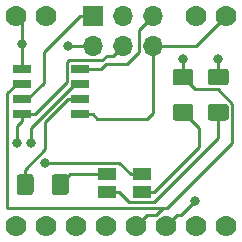
<source format=gbr>
G04 #@! TF.GenerationSoftware,KiCad,Pcbnew,(5.1.2-1)-1*
G04 #@! TF.CreationDate,2019-09-06T23:38:15-06:00*
G04 #@! TF.ProjectId,DC435,44433433-352e-46b6-9963-61645f706362,rev?*
G04 #@! TF.SameCoordinates,Original*
G04 #@! TF.FileFunction,Copper,L2,Bot*
G04 #@! TF.FilePolarity,Positive*
%FSLAX46Y46*%
G04 Gerber Fmt 4.6, Leading zero omitted, Abs format (unit mm)*
G04 Created by KiCad (PCBNEW (5.1.2-1)-1) date 2019-09-06 23:38:15*
%MOMM*%
%LPD*%
G04 APERTURE LIST*
%ADD10C,1.778000*%
%ADD11R,1.500000X1.100000*%
%ADD12R,1.700000X1.700000*%
%ADD13O,1.700000X1.700000*%
%ADD14C,0.100000*%
%ADD15C,1.425000*%
%ADD16R,1.600000X0.700000*%
%ADD17C,0.800000*%
%ADD18C,0.250000*%
G04 APERTURE END LIST*
D10*
X141046200Y-78917800D03*
X143586200Y-78917800D03*
X156286200Y-78917800D03*
X158826200Y-78917800D03*
X141046200Y-96697800D03*
X143586200Y-96697800D03*
X146126200Y-96697800D03*
X148666200Y-96697800D03*
X151206200Y-96697800D03*
X153746200Y-96697800D03*
X156286200Y-96697800D03*
X158826200Y-96697800D03*
D11*
X148725760Y-93841000D03*
X151725760Y-93841000D03*
X151725760Y-92341000D03*
X148725760Y-92341000D03*
D12*
X147533360Y-78912720D03*
D13*
X147533360Y-81452720D03*
X150073360Y-78912720D03*
X150073360Y-81452720D03*
X152613360Y-78912720D03*
X152613360Y-81452720D03*
D14*
G36*
X155813024Y-83399204D02*
G01*
X155837293Y-83402804D01*
X155861091Y-83408765D01*
X155884191Y-83417030D01*
X155906369Y-83427520D01*
X155927413Y-83440133D01*
X155947118Y-83454747D01*
X155965297Y-83471223D01*
X155981773Y-83489402D01*
X155996387Y-83509107D01*
X156009000Y-83530151D01*
X156019490Y-83552329D01*
X156027755Y-83575429D01*
X156033716Y-83599227D01*
X156037316Y-83623496D01*
X156038520Y-83648000D01*
X156038520Y-84573000D01*
X156037316Y-84597504D01*
X156033716Y-84621773D01*
X156027755Y-84645571D01*
X156019490Y-84668671D01*
X156009000Y-84690849D01*
X155996387Y-84711893D01*
X155981773Y-84731598D01*
X155965297Y-84749777D01*
X155947118Y-84766253D01*
X155927413Y-84780867D01*
X155906369Y-84793480D01*
X155884191Y-84803970D01*
X155861091Y-84812235D01*
X155837293Y-84818196D01*
X155813024Y-84821796D01*
X155788520Y-84823000D01*
X154538520Y-84823000D01*
X154514016Y-84821796D01*
X154489747Y-84818196D01*
X154465949Y-84812235D01*
X154442849Y-84803970D01*
X154420671Y-84793480D01*
X154399627Y-84780867D01*
X154379922Y-84766253D01*
X154361743Y-84749777D01*
X154345267Y-84731598D01*
X154330653Y-84711893D01*
X154318040Y-84690849D01*
X154307550Y-84668671D01*
X154299285Y-84645571D01*
X154293324Y-84621773D01*
X154289724Y-84597504D01*
X154288520Y-84573000D01*
X154288520Y-83648000D01*
X154289724Y-83623496D01*
X154293324Y-83599227D01*
X154299285Y-83575429D01*
X154307550Y-83552329D01*
X154318040Y-83530151D01*
X154330653Y-83509107D01*
X154345267Y-83489402D01*
X154361743Y-83471223D01*
X154379922Y-83454747D01*
X154399627Y-83440133D01*
X154420671Y-83427520D01*
X154442849Y-83417030D01*
X154465949Y-83408765D01*
X154489747Y-83402804D01*
X154514016Y-83399204D01*
X154538520Y-83398000D01*
X155788520Y-83398000D01*
X155813024Y-83399204D01*
X155813024Y-83399204D01*
G37*
D15*
X155163520Y-84110500D03*
D14*
G36*
X155813024Y-86374204D02*
G01*
X155837293Y-86377804D01*
X155861091Y-86383765D01*
X155884191Y-86392030D01*
X155906369Y-86402520D01*
X155927413Y-86415133D01*
X155947118Y-86429747D01*
X155965297Y-86446223D01*
X155981773Y-86464402D01*
X155996387Y-86484107D01*
X156009000Y-86505151D01*
X156019490Y-86527329D01*
X156027755Y-86550429D01*
X156033716Y-86574227D01*
X156037316Y-86598496D01*
X156038520Y-86623000D01*
X156038520Y-87548000D01*
X156037316Y-87572504D01*
X156033716Y-87596773D01*
X156027755Y-87620571D01*
X156019490Y-87643671D01*
X156009000Y-87665849D01*
X155996387Y-87686893D01*
X155981773Y-87706598D01*
X155965297Y-87724777D01*
X155947118Y-87741253D01*
X155927413Y-87755867D01*
X155906369Y-87768480D01*
X155884191Y-87778970D01*
X155861091Y-87787235D01*
X155837293Y-87793196D01*
X155813024Y-87796796D01*
X155788520Y-87798000D01*
X154538520Y-87798000D01*
X154514016Y-87796796D01*
X154489747Y-87793196D01*
X154465949Y-87787235D01*
X154442849Y-87778970D01*
X154420671Y-87768480D01*
X154399627Y-87755867D01*
X154379922Y-87741253D01*
X154361743Y-87724777D01*
X154345267Y-87706598D01*
X154330653Y-87686893D01*
X154318040Y-87665849D01*
X154307550Y-87643671D01*
X154299285Y-87620571D01*
X154293324Y-87596773D01*
X154289724Y-87572504D01*
X154288520Y-87548000D01*
X154288520Y-86623000D01*
X154289724Y-86598496D01*
X154293324Y-86574227D01*
X154299285Y-86550429D01*
X154307550Y-86527329D01*
X154318040Y-86505151D01*
X154330653Y-86484107D01*
X154345267Y-86464402D01*
X154361743Y-86446223D01*
X154379922Y-86429747D01*
X154399627Y-86415133D01*
X154420671Y-86402520D01*
X154442849Y-86392030D01*
X154465949Y-86383765D01*
X154489747Y-86377804D01*
X154514016Y-86374204D01*
X154538520Y-86373000D01*
X155788520Y-86373000D01*
X155813024Y-86374204D01*
X155813024Y-86374204D01*
G37*
D15*
X155163520Y-87085500D03*
D14*
G36*
X158794984Y-83399204D02*
G01*
X158819253Y-83402804D01*
X158843051Y-83408765D01*
X158866151Y-83417030D01*
X158888329Y-83427520D01*
X158909373Y-83440133D01*
X158929078Y-83454747D01*
X158947257Y-83471223D01*
X158963733Y-83489402D01*
X158978347Y-83509107D01*
X158990960Y-83530151D01*
X159001450Y-83552329D01*
X159009715Y-83575429D01*
X159015676Y-83599227D01*
X159019276Y-83623496D01*
X159020480Y-83648000D01*
X159020480Y-84573000D01*
X159019276Y-84597504D01*
X159015676Y-84621773D01*
X159009715Y-84645571D01*
X159001450Y-84668671D01*
X158990960Y-84690849D01*
X158978347Y-84711893D01*
X158963733Y-84731598D01*
X158947257Y-84749777D01*
X158929078Y-84766253D01*
X158909373Y-84780867D01*
X158888329Y-84793480D01*
X158866151Y-84803970D01*
X158843051Y-84812235D01*
X158819253Y-84818196D01*
X158794984Y-84821796D01*
X158770480Y-84823000D01*
X157520480Y-84823000D01*
X157495976Y-84821796D01*
X157471707Y-84818196D01*
X157447909Y-84812235D01*
X157424809Y-84803970D01*
X157402631Y-84793480D01*
X157381587Y-84780867D01*
X157361882Y-84766253D01*
X157343703Y-84749777D01*
X157327227Y-84731598D01*
X157312613Y-84711893D01*
X157300000Y-84690849D01*
X157289510Y-84668671D01*
X157281245Y-84645571D01*
X157275284Y-84621773D01*
X157271684Y-84597504D01*
X157270480Y-84573000D01*
X157270480Y-83648000D01*
X157271684Y-83623496D01*
X157275284Y-83599227D01*
X157281245Y-83575429D01*
X157289510Y-83552329D01*
X157300000Y-83530151D01*
X157312613Y-83509107D01*
X157327227Y-83489402D01*
X157343703Y-83471223D01*
X157361882Y-83454747D01*
X157381587Y-83440133D01*
X157402631Y-83427520D01*
X157424809Y-83417030D01*
X157447909Y-83408765D01*
X157471707Y-83402804D01*
X157495976Y-83399204D01*
X157520480Y-83398000D01*
X158770480Y-83398000D01*
X158794984Y-83399204D01*
X158794984Y-83399204D01*
G37*
D15*
X158145480Y-84110500D03*
D14*
G36*
X158794984Y-86374204D02*
G01*
X158819253Y-86377804D01*
X158843051Y-86383765D01*
X158866151Y-86392030D01*
X158888329Y-86402520D01*
X158909373Y-86415133D01*
X158929078Y-86429747D01*
X158947257Y-86446223D01*
X158963733Y-86464402D01*
X158978347Y-86484107D01*
X158990960Y-86505151D01*
X159001450Y-86527329D01*
X159009715Y-86550429D01*
X159015676Y-86574227D01*
X159019276Y-86598496D01*
X159020480Y-86623000D01*
X159020480Y-87548000D01*
X159019276Y-87572504D01*
X159015676Y-87596773D01*
X159009715Y-87620571D01*
X159001450Y-87643671D01*
X158990960Y-87665849D01*
X158978347Y-87686893D01*
X158963733Y-87706598D01*
X158947257Y-87724777D01*
X158929078Y-87741253D01*
X158909373Y-87755867D01*
X158888329Y-87768480D01*
X158866151Y-87778970D01*
X158843051Y-87787235D01*
X158819253Y-87793196D01*
X158794984Y-87796796D01*
X158770480Y-87798000D01*
X157520480Y-87798000D01*
X157495976Y-87796796D01*
X157471707Y-87793196D01*
X157447909Y-87787235D01*
X157424809Y-87778970D01*
X157402631Y-87768480D01*
X157381587Y-87755867D01*
X157361882Y-87741253D01*
X157343703Y-87724777D01*
X157327227Y-87706598D01*
X157312613Y-87686893D01*
X157300000Y-87665849D01*
X157289510Y-87643671D01*
X157281245Y-87620571D01*
X157275284Y-87596773D01*
X157271684Y-87572504D01*
X157270480Y-87548000D01*
X157270480Y-86623000D01*
X157271684Y-86598496D01*
X157275284Y-86574227D01*
X157281245Y-86550429D01*
X157289510Y-86527329D01*
X157300000Y-86505151D01*
X157312613Y-86484107D01*
X157327227Y-86464402D01*
X157343703Y-86446223D01*
X157361882Y-86429747D01*
X157381587Y-86415133D01*
X157402631Y-86402520D01*
X157424809Y-86392030D01*
X157447909Y-86383765D01*
X157471707Y-86377804D01*
X157495976Y-86374204D01*
X157520480Y-86373000D01*
X158770480Y-86373000D01*
X158794984Y-86374204D01*
X158794984Y-86374204D01*
G37*
D15*
X158145480Y-87085500D03*
D14*
G36*
X142280904Y-92334044D02*
G01*
X142305173Y-92337644D01*
X142328971Y-92343605D01*
X142352071Y-92351870D01*
X142374249Y-92362360D01*
X142395293Y-92374973D01*
X142414998Y-92389587D01*
X142433177Y-92406063D01*
X142449653Y-92424242D01*
X142464267Y-92443947D01*
X142476880Y-92464991D01*
X142487370Y-92487169D01*
X142495635Y-92510269D01*
X142501596Y-92534067D01*
X142505196Y-92558336D01*
X142506400Y-92582840D01*
X142506400Y-93832840D01*
X142505196Y-93857344D01*
X142501596Y-93881613D01*
X142495635Y-93905411D01*
X142487370Y-93928511D01*
X142476880Y-93950689D01*
X142464267Y-93971733D01*
X142449653Y-93991438D01*
X142433177Y-94009617D01*
X142414998Y-94026093D01*
X142395293Y-94040707D01*
X142374249Y-94053320D01*
X142352071Y-94063810D01*
X142328971Y-94072075D01*
X142305173Y-94078036D01*
X142280904Y-94081636D01*
X142256400Y-94082840D01*
X141331400Y-94082840D01*
X141306896Y-94081636D01*
X141282627Y-94078036D01*
X141258829Y-94072075D01*
X141235729Y-94063810D01*
X141213551Y-94053320D01*
X141192507Y-94040707D01*
X141172802Y-94026093D01*
X141154623Y-94009617D01*
X141138147Y-93991438D01*
X141123533Y-93971733D01*
X141110920Y-93950689D01*
X141100430Y-93928511D01*
X141092165Y-93905411D01*
X141086204Y-93881613D01*
X141082604Y-93857344D01*
X141081400Y-93832840D01*
X141081400Y-92582840D01*
X141082604Y-92558336D01*
X141086204Y-92534067D01*
X141092165Y-92510269D01*
X141100430Y-92487169D01*
X141110920Y-92464991D01*
X141123533Y-92443947D01*
X141138147Y-92424242D01*
X141154623Y-92406063D01*
X141172802Y-92389587D01*
X141192507Y-92374973D01*
X141213551Y-92362360D01*
X141235729Y-92351870D01*
X141258829Y-92343605D01*
X141282627Y-92337644D01*
X141306896Y-92334044D01*
X141331400Y-92332840D01*
X142256400Y-92332840D01*
X142280904Y-92334044D01*
X142280904Y-92334044D01*
G37*
D15*
X141793900Y-93207840D03*
D14*
G36*
X145255904Y-92334044D02*
G01*
X145280173Y-92337644D01*
X145303971Y-92343605D01*
X145327071Y-92351870D01*
X145349249Y-92362360D01*
X145370293Y-92374973D01*
X145389998Y-92389587D01*
X145408177Y-92406063D01*
X145424653Y-92424242D01*
X145439267Y-92443947D01*
X145451880Y-92464991D01*
X145462370Y-92487169D01*
X145470635Y-92510269D01*
X145476596Y-92534067D01*
X145480196Y-92558336D01*
X145481400Y-92582840D01*
X145481400Y-93832840D01*
X145480196Y-93857344D01*
X145476596Y-93881613D01*
X145470635Y-93905411D01*
X145462370Y-93928511D01*
X145451880Y-93950689D01*
X145439267Y-93971733D01*
X145424653Y-93991438D01*
X145408177Y-94009617D01*
X145389998Y-94026093D01*
X145370293Y-94040707D01*
X145349249Y-94053320D01*
X145327071Y-94063810D01*
X145303971Y-94072075D01*
X145280173Y-94078036D01*
X145255904Y-94081636D01*
X145231400Y-94082840D01*
X144306400Y-94082840D01*
X144281896Y-94081636D01*
X144257627Y-94078036D01*
X144233829Y-94072075D01*
X144210729Y-94063810D01*
X144188551Y-94053320D01*
X144167507Y-94040707D01*
X144147802Y-94026093D01*
X144129623Y-94009617D01*
X144113147Y-93991438D01*
X144098533Y-93971733D01*
X144085920Y-93950689D01*
X144075430Y-93928511D01*
X144067165Y-93905411D01*
X144061204Y-93881613D01*
X144057604Y-93857344D01*
X144056400Y-93832840D01*
X144056400Y-92582840D01*
X144057604Y-92558336D01*
X144061204Y-92534067D01*
X144067165Y-92510269D01*
X144075430Y-92487169D01*
X144085920Y-92464991D01*
X144098533Y-92443947D01*
X144113147Y-92424242D01*
X144129623Y-92406063D01*
X144147802Y-92389587D01*
X144167507Y-92374973D01*
X144188551Y-92362360D01*
X144210729Y-92351870D01*
X144233829Y-92343605D01*
X144257627Y-92337644D01*
X144281896Y-92334044D01*
X144306400Y-92332840D01*
X145231400Y-92332840D01*
X145255904Y-92334044D01*
X145255904Y-92334044D01*
G37*
D15*
X144768900Y-93207840D03*
D16*
X141542840Y-83433920D03*
X141542840Y-84703920D03*
X141542840Y-85973920D03*
X141542840Y-87243920D03*
X146472840Y-83433920D03*
X146472840Y-87243920D03*
X146472840Y-84703920D03*
X146472840Y-85973920D03*
D17*
X143489680Y-91348560D03*
X141542840Y-81271040D03*
X145445480Y-81447640D03*
X142331440Y-89717880D03*
X158145480Y-82580480D03*
X155168600Y-82544920D03*
X150073360Y-78912720D03*
X141122400Y-89717880D03*
X156204920Y-94564200D03*
D18*
X151763361Y-79762719D02*
X152613360Y-78912720D01*
X151438359Y-80087721D02*
X151763361Y-79762719D01*
X150408640Y-83002120D02*
X151438359Y-81972401D01*
X148630640Y-83002120D02*
X150408640Y-83002120D01*
X151438359Y-81972401D02*
X151438359Y-80087721D01*
X148198840Y-83433920D02*
X148630640Y-83002120D01*
X146472840Y-83433920D02*
X148198840Y-83433920D01*
X146433360Y-78912720D02*
X143388080Y-81958000D01*
X147533360Y-78912720D02*
X146433360Y-78912720D01*
X141992840Y-85973920D02*
X141542840Y-85973920D01*
X143388080Y-84578680D02*
X141992840Y-85973920D01*
X143388080Y-81958000D02*
X143388080Y-84578680D01*
X152725760Y-93841000D02*
X151725760Y-93841000D01*
X156504640Y-90062120D02*
X152725760Y-93841000D01*
X156504640Y-88426620D02*
X155163520Y-87085500D01*
X156504640Y-90062120D02*
X156504640Y-88426620D01*
X152735761Y-94716001D02*
X158145480Y-89306282D01*
X150600761Y-94716001D02*
X152735761Y-94716001D01*
X158145480Y-89306282D02*
X158145480Y-87085500D01*
X149725760Y-93841000D02*
X150600761Y-94716001D01*
X148725760Y-93841000D02*
X149725760Y-93841000D01*
X141542840Y-79414440D02*
X141046200Y-78917800D01*
X141542840Y-83433920D02*
X141542840Y-81271040D01*
X150725760Y-92341000D02*
X149733320Y-91348560D01*
X151725760Y-92341000D02*
X150725760Y-92341000D01*
X149733320Y-91348560D02*
X143489680Y-91348560D01*
X143489680Y-91348560D02*
X143489680Y-91348560D01*
X141542840Y-81271040D02*
X141542840Y-79414440D01*
X146331279Y-81452720D02*
X146326199Y-81447640D01*
X147533360Y-81452720D02*
X146331279Y-81452720D01*
X146326199Y-81447640D02*
X145445480Y-81447640D01*
X145445480Y-81447640D02*
X145445480Y-81447640D01*
X145635740Y-92341000D02*
X144768900Y-93207840D01*
X148725760Y-92341000D02*
X145635740Y-92341000D01*
X156291280Y-81452720D02*
X158826200Y-78917800D01*
X152613360Y-81452720D02*
X156291280Y-81452720D01*
X152135840Y-87630000D02*
X152613360Y-87152480D01*
X152613360Y-87152480D02*
X152613360Y-81452720D01*
X147908920Y-87630000D02*
X152135840Y-87630000D01*
X147522840Y-87243920D02*
X147908920Y-87630000D01*
X146472840Y-87243920D02*
X147522840Y-87243920D01*
X141793900Y-92232840D02*
X141793900Y-93207840D01*
X146472840Y-85973920D02*
X146022840Y-85973920D01*
X145422840Y-85973920D02*
X143504920Y-87891840D01*
X146472840Y-85973920D02*
X145422840Y-85973920D01*
X143504920Y-87891840D02*
X143504920Y-90236040D01*
X141793900Y-91947060D02*
X141793900Y-93207840D01*
X143504920Y-90236040D02*
X141793900Y-91947060D01*
X146472840Y-84703920D02*
X146022840Y-84703920D01*
X146472840Y-84703920D02*
X145769250Y-84703920D01*
X146022840Y-84703920D02*
X142331440Y-88395320D01*
X142331440Y-88395320D02*
X142331440Y-89717880D01*
X142331440Y-89717880D02*
X142331440Y-89717880D01*
X158145480Y-84110500D02*
X158145480Y-82580480D01*
X158145480Y-82580480D02*
X158145480Y-82580480D01*
X141077838Y-84703920D02*
X140289280Y-85492478D01*
X141542840Y-84703920D02*
X141077838Y-84703920D01*
X140289280Y-85492478D02*
X140289280Y-95194120D01*
X153827480Y-95194120D02*
X156245560Y-92776040D01*
X155934867Y-84881847D02*
X155163520Y-84110500D01*
X158108680Y-85148010D02*
X156201030Y-85148010D01*
X159345490Y-86384820D02*
X158108680Y-85148010D01*
X159345490Y-89716750D02*
X159345490Y-86384820D01*
X156201030Y-85148010D02*
X155934867Y-84881847D01*
X156286200Y-92776040D02*
X159345490Y-89716750D01*
X156245560Y-92776040D02*
X156286200Y-92776040D01*
X151206200Y-96697800D02*
X152095199Y-95808801D01*
X153456640Y-95194120D02*
X153827480Y-95194120D01*
X152841959Y-95808801D02*
X153456640Y-95194120D01*
X152095199Y-95808801D02*
X152841959Y-95808801D01*
X140289280Y-95194120D02*
X153456640Y-95194120D01*
X155163520Y-83298000D02*
X155168600Y-83292920D01*
X155163520Y-84110500D02*
X155163520Y-83298000D01*
X155168600Y-83292920D02*
X155168600Y-82544920D01*
X155168600Y-82544920D02*
X155168600Y-82544920D01*
X150073360Y-78912720D02*
X150073360Y-78912720D01*
X150073360Y-78912720D02*
X150073360Y-78912720D01*
X149223361Y-82302719D02*
X150073360Y-81452720D01*
X148693631Y-82302719D02*
X149223361Y-82302719D01*
X148324430Y-82671920D02*
X148693631Y-82302719D01*
X145499838Y-82671920D02*
X148324430Y-82671920D01*
X145347839Y-82823919D02*
X145499838Y-82671920D01*
X145347839Y-84488921D02*
X145347839Y-82823919D01*
X142592840Y-87243920D02*
X145347839Y-84488921D01*
X141542840Y-87243920D02*
X142592840Y-87243920D01*
X141542840Y-87843920D02*
X141122400Y-88264360D01*
X141542840Y-87243920D02*
X141542840Y-87843920D01*
X141122400Y-88264360D02*
X141122400Y-89717880D01*
X141122400Y-89717880D02*
X141122400Y-89717880D01*
X154635199Y-95808801D02*
X154960319Y-95808801D01*
X153746200Y-96697800D02*
X154635199Y-95808801D01*
X154960319Y-95808801D02*
X156204920Y-94564200D01*
X156204920Y-94564200D02*
X156204920Y-94564200D01*
M02*

</source>
